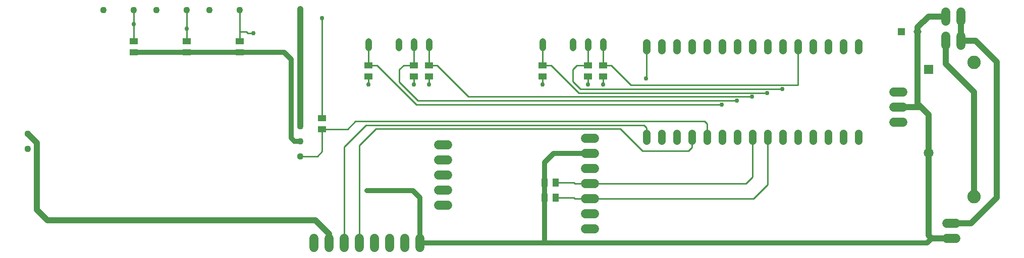
<source format=gbr>
G04 EAGLE Gerber RS-274X export*
G75*
%MOMM*%
%FSLAX34Y34*%
%LPD*%
%INTop Copper*%
%IPPOS*%
%AMOC8*
5,1,8,0,0,1.08239X$1,22.5*%
G01*
%ADD10C,1.524000*%
%ADD11C,1.108000*%
%ADD12R,1.308000X1.308000*%
%ADD13C,1.308000*%
%ADD14R,1.650000X1.650000*%
%ADD15C,1.650000*%
%ADD16C,2.250000*%
%ADD17R,1.400000X1.000000*%
%ADD18R,1.000000X1.400000*%
%ADD19C,1.108000*%
%ADD20C,1.308000*%
%ADD21C,1.016000*%
%ADD22C,0.254000*%
%ADD23C,0.756400*%
%ADD24C,0.812800*%


D10*
X1567180Y58420D02*
X1582420Y58420D01*
X1582420Y33020D02*
X1567180Y33020D01*
D11*
X330200Y417340D03*
X381000Y417340D03*
X241300Y417340D03*
X292100Y417340D03*
X152400Y417340D03*
X203200Y417340D03*
D12*
X1491000Y381000D03*
D13*
X1518500Y381000D03*
D14*
X1536700Y317500D03*
D15*
X1536700Y176500D03*
D16*
X1612900Y102900D03*
X1612900Y328900D03*
D10*
X683260Y33020D02*
X683260Y17780D01*
X657860Y17780D02*
X657860Y33020D01*
X632460Y33020D02*
X632460Y17780D01*
X607060Y17780D02*
X607060Y33020D01*
X581660Y33020D02*
X581660Y17780D01*
X556260Y17780D02*
X556260Y33020D01*
X530860Y33020D02*
X530860Y17780D01*
X505460Y17780D02*
X505460Y33020D01*
X1590700Y398780D02*
X1590700Y414020D01*
X1565300Y414020D02*
X1565300Y398780D01*
X1590700Y373380D02*
X1590700Y358140D01*
X1565300Y358140D02*
X1565300Y373380D01*
D17*
X519430Y216560D03*
X519430Y235560D03*
X990600Y324460D03*
X990600Y305460D03*
D18*
X892200Y127000D03*
X911200Y127000D03*
X892200Y101600D03*
X911200Y101600D03*
D17*
X381000Y365100D03*
X381000Y346100D03*
X292100Y365100D03*
X292100Y346100D03*
X203200Y365100D03*
X203200Y346100D03*
X596900Y324460D03*
X596900Y305460D03*
X673100Y324460D03*
X673100Y305460D03*
X698500Y324460D03*
X698500Y305460D03*
X889000Y324460D03*
X889000Y305460D03*
X965200Y324460D03*
X965200Y305460D03*
D19*
X647700Y353960D02*
X647700Y365040D01*
X673100Y365040D02*
X673100Y353960D01*
X698500Y353960D02*
X698500Y365040D01*
X596900Y365040D02*
X596900Y353960D01*
X939800Y353960D02*
X939800Y365040D01*
X965200Y365040D02*
X965200Y353960D01*
X990600Y353960D02*
X990600Y365040D01*
X889000Y365040D02*
X889000Y353960D01*
D20*
X1418900Y349060D02*
X1418900Y362140D01*
X1393500Y362140D02*
X1393500Y349060D01*
X1368100Y349060D02*
X1368100Y362140D01*
X1342700Y362140D02*
X1342700Y349060D01*
X1317300Y349060D02*
X1317300Y362140D01*
X1291900Y362140D02*
X1291900Y349060D01*
X1266500Y349060D02*
X1266500Y362140D01*
X1241100Y362140D02*
X1241100Y349060D01*
X1215700Y349060D02*
X1215700Y362140D01*
X1190300Y362140D02*
X1190300Y349060D01*
X1164900Y349060D02*
X1164900Y362140D01*
X1139500Y362140D02*
X1139500Y349060D01*
X1418900Y209740D02*
X1418900Y196660D01*
X1393500Y196660D02*
X1393500Y209740D01*
X1368100Y209740D02*
X1368100Y196660D01*
X1215700Y196660D02*
X1215700Y209740D01*
X1190300Y209740D02*
X1190300Y196660D01*
X1164900Y196660D02*
X1164900Y209740D01*
X1139500Y209740D02*
X1139500Y196660D01*
X1063300Y196660D02*
X1063300Y209740D01*
X1063300Y349060D02*
X1063300Y362140D01*
X1088700Y362140D02*
X1088700Y349060D01*
X1114100Y349060D02*
X1114100Y362140D01*
X1088700Y209740D02*
X1088700Y196660D01*
X1114100Y196660D02*
X1114100Y209740D01*
X1342700Y209740D02*
X1342700Y196660D01*
X1241100Y196660D02*
X1241100Y209740D01*
X1266500Y209740D02*
X1266500Y196660D01*
X1291900Y196660D02*
X1291900Y209740D01*
X1317300Y209740D02*
X1317300Y196660D01*
D11*
X482600Y171100D03*
X482600Y196500D03*
X482600Y221900D03*
X25400Y183800D03*
X25400Y209200D03*
D10*
X714880Y88900D02*
X730120Y88900D01*
X730120Y114300D02*
X714880Y114300D01*
X714880Y139700D02*
X730120Y139700D01*
X730120Y165100D02*
X714880Y165100D01*
X714880Y190500D02*
X730120Y190500D01*
X961080Y48800D02*
X976320Y48800D01*
X976320Y74200D02*
X961080Y74200D01*
X961080Y99600D02*
X976320Y99600D01*
X976320Y125000D02*
X961080Y125000D01*
X961080Y150400D02*
X976320Y150400D01*
X976320Y175800D02*
X961080Y175800D01*
X961080Y201200D02*
X976320Y201200D01*
X1478280Y279400D02*
X1493520Y279400D01*
X1493520Y254000D02*
X1478280Y254000D01*
X1478280Y228600D02*
X1493520Y228600D01*
D21*
X1541780Y33020D02*
X1574800Y33020D01*
X1541780Y33020D02*
X1536700Y38100D01*
X1536700Y176500D01*
X1524000Y254000D02*
X1485900Y254000D01*
X1524000Y254000D02*
X1536700Y241300D01*
X1536700Y176500D01*
X1536700Y406400D02*
X1565300Y406400D01*
X1536700Y406400D02*
X1518500Y388200D01*
X1518500Y381000D01*
X1518500Y259500D01*
X1524000Y254000D01*
D22*
X596900Y292100D02*
X596900Y305460D01*
D23*
X596900Y292100D03*
D22*
X990600Y292100D02*
X990600Y305460D01*
D23*
X990600Y292100D03*
D22*
X673100Y292100D02*
X673100Y305460D01*
D23*
X673100Y292100D03*
D22*
X698500Y292100D02*
X698500Y305460D01*
D23*
X698500Y292100D03*
D22*
X889000Y292100D02*
X889000Y305460D01*
D23*
X889000Y292100D03*
D22*
X965200Y292100D02*
X965200Y305460D01*
D23*
X965200Y292100D03*
D24*
X1534160Y25400D02*
X1541780Y33020D01*
X1534160Y25400D02*
X891540Y25400D01*
X683260Y25400D01*
X907320Y175800D02*
X968700Y175800D01*
X892200Y160680D02*
X892200Y127000D01*
X892200Y160680D02*
X907320Y175800D01*
X892200Y127000D02*
X892200Y101600D01*
X892200Y26060D01*
X891540Y25400D01*
X292100Y346100D02*
X203200Y346100D01*
X292100Y346100D02*
X381000Y346100D01*
X455270Y346100D01*
X467360Y334010D01*
X683260Y101600D02*
X683260Y25400D01*
X671830Y113030D02*
X594360Y113030D01*
D23*
X594360Y113030D03*
D24*
X671830Y113030D02*
X683260Y101600D01*
X467360Y201930D02*
X467360Y334010D01*
X472790Y196500D02*
X482600Y196500D01*
X472790Y196500D02*
X467360Y201930D01*
D22*
X596900Y324460D02*
X596900Y359500D01*
D23*
X1189990Y258176D03*
D22*
X677814Y258176D01*
X611530Y324460D02*
X596900Y324460D01*
X611530Y324460D02*
X677814Y258176D01*
X673100Y324460D02*
X673100Y359500D01*
X673100Y324460D02*
X655930Y324460D01*
X648970Y317500D01*
X648970Y295910D01*
D23*
X1215390Y264752D03*
D22*
X680128Y264752D01*
X648970Y295910D01*
X698500Y324460D02*
X698500Y359500D01*
D23*
X1240790Y271328D03*
D22*
X764992Y271328D01*
X711860Y324460D02*
X698500Y324460D01*
X711860Y324460D02*
X764992Y271328D01*
X889000Y324460D02*
X889000Y359500D01*
X889000Y324460D02*
X903630Y324460D01*
X950186Y277904D02*
X1266190Y277904D01*
D23*
X1266190Y277904D03*
D22*
X950186Y277904D02*
X903630Y324460D01*
X965200Y324460D02*
X965200Y359500D01*
X965200Y324460D02*
X946760Y324460D01*
X939800Y317500D01*
X939800Y297180D01*
X952500Y284480D01*
X1291590Y284480D01*
D23*
X1291590Y284480D03*
D22*
X990600Y324460D02*
X990600Y359500D01*
X1037590Y291440D02*
X1317300Y291440D01*
X1037590Y291440D02*
X1004570Y324460D01*
X990600Y324460D01*
X1317300Y355600D02*
X1317300Y291440D01*
X519430Y235560D02*
X519430Y403860D01*
D23*
X519430Y403860D03*
D22*
X203200Y393700D02*
X203200Y417340D01*
X203200Y393700D02*
X203200Y365100D01*
D23*
X203200Y393700D03*
D22*
X292100Y386080D02*
X292100Y417340D01*
X292100Y386080D02*
X292100Y365100D01*
D23*
X292100Y386080D03*
D22*
X381000Y381000D02*
X381000Y417340D01*
X381000Y381000D02*
X381000Y365100D01*
X381000Y381000D02*
X392430Y381000D01*
X394970Y378460D01*
X403860Y378460D01*
D23*
X403860Y378460D03*
X482600Y419100D03*
D21*
X482600Y221900D01*
X1590700Y365760D02*
X1590700Y406400D01*
X1590700Y365760D02*
X1615440Y365760D01*
X1651000Y330200D01*
X1651000Y101600D01*
X1607820Y58420D01*
X1574800Y58420D01*
D22*
X519430Y216560D02*
X519170Y216250D01*
X519430Y216560D02*
X561953Y216513D01*
X1164900Y225750D02*
X1164900Y203200D01*
X575310Y229870D02*
X561953Y216513D01*
X575310Y229870D02*
X1160780Y229870D01*
X1164900Y225750D01*
X519430Y216560D02*
X519430Y179070D01*
X511460Y171100D01*
X482600Y171100D01*
X1063300Y302570D02*
X1063300Y355600D01*
X1063300Y302570D02*
X1062990Y302260D01*
D23*
X1062990Y302260D03*
D22*
X581660Y189230D02*
X581660Y25400D01*
X609600Y217170D02*
X1019810Y217170D01*
X1056640Y180340D01*
X1134110Y180340D01*
X1139500Y185730D01*
X1139500Y203200D01*
X609600Y217170D02*
X581660Y189230D01*
X556260Y186690D02*
X556260Y25400D01*
X556260Y186690D02*
X593090Y223520D01*
X1059180Y223520D01*
X1063300Y219400D02*
X1063300Y203200D01*
X1063300Y219400D02*
X1059180Y223520D01*
D21*
X508000Y63500D02*
X58420Y63500D01*
X508000Y63500D02*
X530860Y40640D01*
X530860Y25400D01*
X40640Y193960D02*
X25400Y209200D01*
X40640Y81280D02*
X58420Y63500D01*
X40640Y81280D02*
X40640Y193960D01*
D22*
X911200Y127000D02*
X941300Y127000D01*
X943300Y125000D02*
X968700Y125000D01*
X943300Y125000D02*
X941300Y127000D01*
X968700Y125000D02*
X1229900Y125000D01*
X1241100Y136200D02*
X1241100Y203200D01*
X1241100Y136200D02*
X1229900Y125000D01*
X941300Y101600D02*
X911200Y101600D01*
X941300Y101600D02*
X943300Y99600D01*
X968700Y99600D01*
X1242600Y99600D01*
X1266500Y123500D02*
X1266500Y203200D01*
X1266500Y123500D02*
X1242600Y99600D01*
D21*
X1565300Y327000D02*
X1565300Y365760D01*
X1612900Y279400D02*
X1612900Y102900D01*
X1612900Y279400D02*
X1565300Y327000D01*
M02*

</source>
